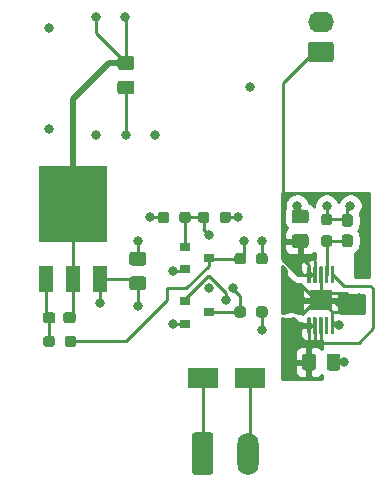
<source format=gbr>
%TF.GenerationSoftware,KiCad,Pcbnew,5.1.10-1.fc34*%
%TF.CreationDate,2021-09-08T08:00:36+01:00*%
%TF.ProjectId,cryosub_power_converter_top_v01,6372796f-7375-4625-9f70-6f7765725f63,rev?*%
%TF.SameCoordinates,Original*%
%TF.FileFunction,Copper,L1,Top*%
%TF.FilePolarity,Positive*%
%FSLAX46Y46*%
G04 Gerber Fmt 4.6, Leading zero omitted, Abs format (unit mm)*
G04 Created by KiCad (PCBNEW 5.1.10-1.fc34) date 2021-09-08 08:00:36*
%MOMM*%
%LPD*%
G01*
G04 APERTURE LIST*
%TA.AperFunction,SMDPad,CuDef*%
%ADD10R,2.500000X1.800000*%
%TD*%
%TA.AperFunction,ComponentPad*%
%ADD11O,2.190000X1.740000*%
%TD*%
%TA.AperFunction,ComponentPad*%
%ADD12O,1.800000X3.600000*%
%TD*%
%TA.AperFunction,SMDPad,CuDef*%
%ADD13R,0.900000X0.800000*%
%TD*%
%TA.AperFunction,SMDPad,CuDef*%
%ADD14R,1.200000X2.200000*%
%TD*%
%TA.AperFunction,SMDPad,CuDef*%
%ADD15R,5.800000X6.400000*%
%TD*%
%TA.AperFunction,SMDPad,CuDef*%
%ADD16R,1.880000X1.680000*%
%TD*%
%TA.AperFunction,ViaPad*%
%ADD17C,0.800000*%
%TD*%
%TA.AperFunction,Conductor*%
%ADD18C,0.250000*%
%TD*%
%TA.AperFunction,Conductor*%
%ADD19C,0.500000*%
%TD*%
%TA.AperFunction,Conductor*%
%ADD20C,0.254000*%
%TD*%
%TA.AperFunction,Conductor*%
%ADD21C,0.100000*%
%TD*%
G04 APERTURE END LIST*
D10*
%TO.P,D3,2*%
%TO.N,GND*%
X120000000Y-133600000D03*
%TO.P,D3,1*%
%TO.N,VDC*%
X116000000Y-133600000D03*
%TD*%
%TO.P,C6,2*%
%TO.N,GND*%
%TA.AperFunction,SMDPad,CuDef*%
G36*
G01*
X126487500Y-132725000D02*
X126487500Y-131775000D01*
G75*
G02*
X126737500Y-131525000I250000J0D01*
G01*
X127412500Y-131525000D01*
G75*
G02*
X127662500Y-131775000I0J-250000D01*
G01*
X127662500Y-132725000D01*
G75*
G02*
X127412500Y-132975000I-250000J0D01*
G01*
X126737500Y-132975000D01*
G75*
G02*
X126487500Y-132725000I0J250000D01*
G01*
G37*
%TD.AperFunction*%
%TO.P,C6,1*%
%TO.N,VDC*%
%TA.AperFunction,SMDPad,CuDef*%
G36*
G01*
X124412500Y-132725000D02*
X124412500Y-131775000D01*
G75*
G02*
X124662500Y-131525000I250000J0D01*
G01*
X125337500Y-131525000D01*
G75*
G02*
X125587500Y-131775000I0J-250000D01*
G01*
X125587500Y-132725000D01*
G75*
G02*
X125337500Y-132975000I-250000J0D01*
G01*
X124662500Y-132975000D01*
G75*
G02*
X124412500Y-132725000I0J250000D01*
G01*
G37*
%TD.AperFunction*%
%TD*%
%TO.P,R10,2*%
%TO.N,GND*%
%TA.AperFunction,SMDPad,CuDef*%
G36*
G01*
X126737500Y-120662500D02*
X126262500Y-120662500D01*
G75*
G02*
X126025000Y-120425000I0J237500D01*
G01*
X126025000Y-119925000D01*
G75*
G02*
X126262500Y-119687500I237500J0D01*
G01*
X126737500Y-119687500D01*
G75*
G02*
X126975000Y-119925000I0J-237500D01*
G01*
X126975000Y-120425000D01*
G75*
G02*
X126737500Y-120662500I-237500J0D01*
G01*
G37*
%TD.AperFunction*%
%TO.P,R10,1*%
%TO.N,Net-(C4-Pad1)*%
%TA.AperFunction,SMDPad,CuDef*%
G36*
G01*
X126737500Y-122487500D02*
X126262500Y-122487500D01*
G75*
G02*
X126025000Y-122250000I0J237500D01*
G01*
X126025000Y-121750000D01*
G75*
G02*
X126262500Y-121512500I237500J0D01*
G01*
X126737500Y-121512500D01*
G75*
G02*
X126975000Y-121750000I0J-237500D01*
G01*
X126975000Y-122250000D01*
G75*
G02*
X126737500Y-122487500I-237500J0D01*
G01*
G37*
%TD.AperFunction*%
%TD*%
%TO.P,C5,2*%
%TO.N,GND*%
%TA.AperFunction,SMDPad,CuDef*%
G36*
G01*
X124725000Y-120512500D02*
X123775000Y-120512500D01*
G75*
G02*
X123525000Y-120262500I0J250000D01*
G01*
X123525000Y-119587500D01*
G75*
G02*
X123775000Y-119337500I250000J0D01*
G01*
X124725000Y-119337500D01*
G75*
G02*
X124975000Y-119587500I0J-250000D01*
G01*
X124975000Y-120262500D01*
G75*
G02*
X124725000Y-120512500I-250000J0D01*
G01*
G37*
%TD.AperFunction*%
%TO.P,C5,1*%
%TO.N,/p5v_out*%
%TA.AperFunction,SMDPad,CuDef*%
G36*
G01*
X124725000Y-122587500D02*
X123775000Y-122587500D01*
G75*
G02*
X123525000Y-122337500I0J250000D01*
G01*
X123525000Y-121662500D01*
G75*
G02*
X123775000Y-121412500I250000J0D01*
G01*
X124725000Y-121412500D01*
G75*
G02*
X124975000Y-121662500I0J-250000D01*
G01*
X124975000Y-122337500D01*
G75*
G02*
X124725000Y-122587500I-250000J0D01*
G01*
G37*
%TD.AperFunction*%
%TD*%
%TO.P,C4,2*%
%TO.N,GND*%
%TA.AperFunction,SMDPad,CuDef*%
G36*
G01*
X128487500Y-120787500D02*
X128012500Y-120787500D01*
G75*
G02*
X127775000Y-120550000I0J237500D01*
G01*
X127775000Y-119950000D01*
G75*
G02*
X128012500Y-119712500I237500J0D01*
G01*
X128487500Y-119712500D01*
G75*
G02*
X128725000Y-119950000I0J-237500D01*
G01*
X128725000Y-120550000D01*
G75*
G02*
X128487500Y-120787500I-237500J0D01*
G01*
G37*
%TD.AperFunction*%
%TO.P,C4,1*%
%TO.N,Net-(C4-Pad1)*%
%TA.AperFunction,SMDPad,CuDef*%
G36*
G01*
X128487500Y-122512500D02*
X128012500Y-122512500D01*
G75*
G02*
X127775000Y-122275000I0J237500D01*
G01*
X127775000Y-121675000D01*
G75*
G02*
X128012500Y-121437500I237500J0D01*
G01*
X128487500Y-121437500D01*
G75*
G02*
X128725000Y-121675000I0J-237500D01*
G01*
X128725000Y-122275000D01*
G75*
G02*
X128487500Y-122512500I-237500J0D01*
G01*
G37*
%TD.AperFunction*%
%TD*%
D11*
%TO.P,J3,2*%
%TO.N,GND*%
X126000000Y-103460000D03*
%TO.P,J3,1*%
%TO.N,/p5v_out*%
%TA.AperFunction,ComponentPad*%
G36*
G01*
X126845001Y-106870000D02*
X125154999Y-106870000D01*
G75*
G02*
X124905000Y-106620001I0J249999D01*
G01*
X124905000Y-105379999D01*
G75*
G02*
X125154999Y-105130000I249999J0D01*
G01*
X126845001Y-105130000D01*
G75*
G02*
X127095000Y-105379999I0J-249999D01*
G01*
X127095000Y-106620001D01*
G75*
G02*
X126845001Y-106870000I-249999J0D01*
G01*
G37*
%TD.AperFunction*%
%TD*%
%TO.P,C1,2*%
%TO.N,GND*%
%TA.AperFunction,SMDPad,CuDef*%
G36*
G01*
X110975000Y-124087500D02*
X110025000Y-124087500D01*
G75*
G02*
X109775000Y-123837500I0J250000D01*
G01*
X109775000Y-123162500D01*
G75*
G02*
X110025000Y-122912500I250000J0D01*
G01*
X110975000Y-122912500D01*
G75*
G02*
X111225000Y-123162500I0J-250000D01*
G01*
X111225000Y-123837500D01*
G75*
G02*
X110975000Y-124087500I-250000J0D01*
G01*
G37*
%TD.AperFunction*%
%TO.P,C1,1*%
%TO.N,VDC*%
%TA.AperFunction,SMDPad,CuDef*%
G36*
G01*
X110975000Y-126162500D02*
X110025000Y-126162500D01*
G75*
G02*
X109775000Y-125912500I0J250000D01*
G01*
X109775000Y-125237500D01*
G75*
G02*
X110025000Y-124987500I250000J0D01*
G01*
X110975000Y-124987500D01*
G75*
G02*
X111225000Y-125237500I0J-250000D01*
G01*
X111225000Y-125912500D01*
G75*
G02*
X110975000Y-126162500I-250000J0D01*
G01*
G37*
%TD.AperFunction*%
%TD*%
%TO.P,C2,1*%
%TO.N,/vload*%
%TA.AperFunction,SMDPad,CuDef*%
G36*
G01*
X105262500Y-128262500D02*
X105262500Y-128737500D01*
G75*
G02*
X105025000Y-128975000I-237500J0D01*
G01*
X104425000Y-128975000D01*
G75*
G02*
X104187500Y-128737500I0J237500D01*
G01*
X104187500Y-128262500D01*
G75*
G02*
X104425000Y-128025000I237500J0D01*
G01*
X105025000Y-128025000D01*
G75*
G02*
X105262500Y-128262500I0J-237500D01*
G01*
G37*
%TD.AperFunction*%
%TO.P,C2,2*%
%TO.N,Net-(C2-Pad2)*%
%TA.AperFunction,SMDPad,CuDef*%
G36*
G01*
X103537500Y-128262500D02*
X103537500Y-128737500D01*
G75*
G02*
X103300000Y-128975000I-237500J0D01*
G01*
X102700000Y-128975000D01*
G75*
G02*
X102462500Y-128737500I0J237500D01*
G01*
X102462500Y-128262500D01*
G75*
G02*
X102700000Y-128025000I237500J0D01*
G01*
X103300000Y-128025000D01*
G75*
G02*
X103537500Y-128262500I0J-237500D01*
G01*
G37*
%TD.AperFunction*%
%TD*%
%TO.P,C3,1*%
%TO.N,/vload*%
%TA.AperFunction,SMDPad,CuDef*%
G36*
G01*
X109025000Y-106337500D02*
X109975000Y-106337500D01*
G75*
G02*
X110225000Y-106587500I0J-250000D01*
G01*
X110225000Y-107262500D01*
G75*
G02*
X109975000Y-107512500I-250000J0D01*
G01*
X109025000Y-107512500D01*
G75*
G02*
X108775000Y-107262500I0J250000D01*
G01*
X108775000Y-106587500D01*
G75*
G02*
X109025000Y-106337500I250000J0D01*
G01*
G37*
%TD.AperFunction*%
%TO.P,C3,2*%
%TO.N,GND*%
%TA.AperFunction,SMDPad,CuDef*%
G36*
G01*
X109025000Y-108412500D02*
X109975000Y-108412500D01*
G75*
G02*
X110225000Y-108662500I0J-250000D01*
G01*
X110225000Y-109337500D01*
G75*
G02*
X109975000Y-109587500I-250000J0D01*
G01*
X109025000Y-109587500D01*
G75*
G02*
X108775000Y-109337500I0J250000D01*
G01*
X108775000Y-108662500D01*
G75*
G02*
X109025000Y-108412500I250000J0D01*
G01*
G37*
%TD.AperFunction*%
%TD*%
%TO.P,J1,1*%
%TO.N,VDC*%
%TA.AperFunction,ComponentPad*%
G36*
G01*
X115100000Y-141550000D02*
X115100000Y-138450000D01*
G75*
G02*
X115350000Y-138200000I250000J0D01*
G01*
X116650000Y-138200000D01*
G75*
G02*
X116900000Y-138450000I0J-250000D01*
G01*
X116900000Y-141550000D01*
G75*
G02*
X116650000Y-141800000I-250000J0D01*
G01*
X115350000Y-141800000D01*
G75*
G02*
X115100000Y-141550000I0J250000D01*
G01*
G37*
%TD.AperFunction*%
D12*
%TO.P,J1,2*%
%TO.N,GND*%
X119810000Y-140000000D03*
%TD*%
D13*
%TO.P,Q1,3*%
%TO.N,/On When Warm/VD1*%
X116500000Y-123450000D03*
%TO.P,Q1,2*%
%TO.N,/On When Warm/vs*%
X114500000Y-124400000D03*
%TO.P,Q1,1*%
%TO.N,/On When Warm/vg1*%
X114500000Y-122500000D03*
%TD*%
%TO.P,Q2,1*%
%TO.N,/thermistor*%
X114500000Y-127100000D03*
%TO.P,Q2,2*%
%TO.N,/On When Warm/vs*%
X114500000Y-129000000D03*
%TO.P,Q2,3*%
%TO.N,/On When Warm/vd2*%
X116500000Y-128050000D03*
%TD*%
D14*
%TO.P,Q3,1*%
%TO.N,Net-(C2-Pad2)*%
X102720000Y-125200000D03*
%TO.P,Q3,2*%
%TO.N,/vload*%
X105000000Y-125200000D03*
%TO.P,Q3,3*%
%TO.N,VDC*%
X107280000Y-125200000D03*
D15*
%TO.P,Q3,2*%
%TO.N,/vload*%
X105000000Y-118900000D03*
%TD*%
%TO.P,R1,1*%
%TO.N,VDC*%
%TA.AperFunction,SMDPad,CuDef*%
G36*
G01*
X112187500Y-120237500D02*
X112187500Y-119762500D01*
G75*
G02*
X112425000Y-119525000I237500J0D01*
G01*
X112925000Y-119525000D01*
G75*
G02*
X113162500Y-119762500I0J-237500D01*
G01*
X113162500Y-120237500D01*
G75*
G02*
X112925000Y-120475000I-237500J0D01*
G01*
X112425000Y-120475000D01*
G75*
G02*
X112187500Y-120237500I0J237500D01*
G01*
G37*
%TD.AperFunction*%
%TO.P,R1,2*%
%TO.N,/On When Warm/vg1*%
%TA.AperFunction,SMDPad,CuDef*%
G36*
G01*
X114012500Y-120237500D02*
X114012500Y-119762500D01*
G75*
G02*
X114250000Y-119525000I237500J0D01*
G01*
X114750000Y-119525000D01*
G75*
G02*
X114987500Y-119762500I0J-237500D01*
G01*
X114987500Y-120237500D01*
G75*
G02*
X114750000Y-120475000I-237500J0D01*
G01*
X114250000Y-120475000D01*
G75*
G02*
X114012500Y-120237500I0J237500D01*
G01*
G37*
%TD.AperFunction*%
%TD*%
%TO.P,R2,2*%
%TO.N,GND*%
%TA.AperFunction,SMDPad,CuDef*%
G36*
G01*
X117425000Y-120237500D02*
X117425000Y-119762500D01*
G75*
G02*
X117662500Y-119525000I237500J0D01*
G01*
X118162500Y-119525000D01*
G75*
G02*
X118400000Y-119762500I0J-237500D01*
G01*
X118400000Y-120237500D01*
G75*
G02*
X118162500Y-120475000I-237500J0D01*
G01*
X117662500Y-120475000D01*
G75*
G02*
X117425000Y-120237500I0J237500D01*
G01*
G37*
%TD.AperFunction*%
%TO.P,R2,1*%
%TO.N,/On When Warm/vg1*%
%TA.AperFunction,SMDPad,CuDef*%
G36*
G01*
X115600000Y-120237500D02*
X115600000Y-119762500D01*
G75*
G02*
X115837500Y-119525000I237500J0D01*
G01*
X116337500Y-119525000D01*
G75*
G02*
X116575000Y-119762500I0J-237500D01*
G01*
X116575000Y-120237500D01*
G75*
G02*
X116337500Y-120475000I-237500J0D01*
G01*
X115837500Y-120475000D01*
G75*
G02*
X115600000Y-120237500I0J237500D01*
G01*
G37*
%TD.AperFunction*%
%TD*%
%TO.P,R3,1*%
%TO.N,VDC*%
%TA.AperFunction,SMDPad,CuDef*%
G36*
G01*
X121487500Y-123262500D02*
X121487500Y-123737500D01*
G75*
G02*
X121250000Y-123975000I-237500J0D01*
G01*
X120750000Y-123975000D01*
G75*
G02*
X120512500Y-123737500I0J237500D01*
G01*
X120512500Y-123262500D01*
G75*
G02*
X120750000Y-123025000I237500J0D01*
G01*
X121250000Y-123025000D01*
G75*
G02*
X121487500Y-123262500I0J-237500D01*
G01*
G37*
%TD.AperFunction*%
%TO.P,R3,2*%
%TO.N,/On When Warm/VD1*%
%TA.AperFunction,SMDPad,CuDef*%
G36*
G01*
X119662500Y-123262500D02*
X119662500Y-123737500D01*
G75*
G02*
X119425000Y-123975000I-237500J0D01*
G01*
X118925000Y-123975000D01*
G75*
G02*
X118687500Y-123737500I0J237500D01*
G01*
X118687500Y-123262500D01*
G75*
G02*
X118925000Y-123025000I237500J0D01*
G01*
X119425000Y-123025000D01*
G75*
G02*
X119662500Y-123262500I0J-237500D01*
G01*
G37*
%TD.AperFunction*%
%TD*%
%TO.P,R7,1*%
%TO.N,VDC*%
%TA.AperFunction,SMDPad,CuDef*%
G36*
G01*
X121487500Y-127762500D02*
X121487500Y-128237500D01*
G75*
G02*
X121250000Y-128475000I-237500J0D01*
G01*
X120750000Y-128475000D01*
G75*
G02*
X120512500Y-128237500I0J237500D01*
G01*
X120512500Y-127762500D01*
G75*
G02*
X120750000Y-127525000I237500J0D01*
G01*
X121250000Y-127525000D01*
G75*
G02*
X121487500Y-127762500I0J-237500D01*
G01*
G37*
%TD.AperFunction*%
%TO.P,R7,2*%
%TO.N,/On When Warm/vd2*%
%TA.AperFunction,SMDPad,CuDef*%
G36*
G01*
X119662500Y-127762500D02*
X119662500Y-128237500D01*
G75*
G02*
X119425000Y-128475000I-237500J0D01*
G01*
X118925000Y-128475000D01*
G75*
G02*
X118687500Y-128237500I0J237500D01*
G01*
X118687500Y-127762500D01*
G75*
G02*
X118925000Y-127525000I237500J0D01*
G01*
X119425000Y-127525000D01*
G75*
G02*
X119662500Y-127762500I0J-237500D01*
G01*
G37*
%TD.AperFunction*%
%TD*%
%TO.P,R9,1*%
%TO.N,Net-(C2-Pad2)*%
%TA.AperFunction,SMDPad,CuDef*%
G36*
G01*
X102512500Y-130737500D02*
X102512500Y-130262500D01*
G75*
G02*
X102750000Y-130025000I237500J0D01*
G01*
X103250000Y-130025000D01*
G75*
G02*
X103487500Y-130262500I0J-237500D01*
G01*
X103487500Y-130737500D01*
G75*
G02*
X103250000Y-130975000I-237500J0D01*
G01*
X102750000Y-130975000D01*
G75*
G02*
X102512500Y-130737500I0J237500D01*
G01*
G37*
%TD.AperFunction*%
%TO.P,R9,2*%
%TO.N,/On When Warm/VD1*%
%TA.AperFunction,SMDPad,CuDef*%
G36*
G01*
X104337500Y-130737500D02*
X104337500Y-130262500D01*
G75*
G02*
X104575000Y-130025000I237500J0D01*
G01*
X105075000Y-130025000D01*
G75*
G02*
X105312500Y-130262500I0J-237500D01*
G01*
X105312500Y-130737500D01*
G75*
G02*
X105075000Y-130975000I-237500J0D01*
G01*
X104575000Y-130975000D01*
G75*
G02*
X104337500Y-130737500I0J237500D01*
G01*
G37*
%TD.AperFunction*%
%TD*%
%TO.P,U1,1*%
%TO.N,VDC*%
%TA.AperFunction,SMDPad,CuDef*%
G36*
G01*
X125075000Y-129875000D02*
X124925000Y-129875000D01*
G75*
G02*
X124850000Y-129800000I0J75000D01*
G01*
X124850000Y-128500000D01*
G75*
G02*
X124925000Y-128425000I75000J0D01*
G01*
X125075000Y-128425000D01*
G75*
G02*
X125150000Y-128500000I0J-75000D01*
G01*
X125150000Y-129800000D01*
G75*
G02*
X125075000Y-129875000I-75000J0D01*
G01*
G37*
%TD.AperFunction*%
%TO.P,U1,2*%
%TA.AperFunction,SMDPad,CuDef*%
G36*
G01*
X125575000Y-129875000D02*
X125425000Y-129875000D01*
G75*
G02*
X125350000Y-129800000I0J75000D01*
G01*
X125350000Y-128500000D01*
G75*
G02*
X125425000Y-128425000I75000J0D01*
G01*
X125575000Y-128425000D01*
G75*
G02*
X125650000Y-128500000I0J-75000D01*
G01*
X125650000Y-129800000D01*
G75*
G02*
X125575000Y-129875000I-75000J0D01*
G01*
G37*
%TD.AperFunction*%
%TO.P,U1,3*%
%TA.AperFunction,SMDPad,CuDef*%
G36*
G01*
X126075000Y-129875000D02*
X125925000Y-129875000D01*
G75*
G02*
X125850000Y-129800000I0J75000D01*
G01*
X125850000Y-128500000D01*
G75*
G02*
X125925000Y-128425000I75000J0D01*
G01*
X126075000Y-128425000D01*
G75*
G02*
X126150000Y-128500000I0J-75000D01*
G01*
X126150000Y-129800000D01*
G75*
G02*
X126075000Y-129875000I-75000J0D01*
G01*
G37*
%TD.AperFunction*%
%TO.P,U1,4*%
%TO.N,Net-(U1-Pad4)*%
%TA.AperFunction,SMDPad,CuDef*%
G36*
G01*
X126575000Y-129875000D02*
X126425000Y-129875000D01*
G75*
G02*
X126350000Y-129800000I0J75000D01*
G01*
X126350000Y-128500000D01*
G75*
G02*
X126425000Y-128425000I75000J0D01*
G01*
X126575000Y-128425000D01*
G75*
G02*
X126650000Y-128500000I0J-75000D01*
G01*
X126650000Y-129800000D01*
G75*
G02*
X126575000Y-129875000I-75000J0D01*
G01*
G37*
%TD.AperFunction*%
%TO.P,U1,5*%
%TO.N,GND*%
%TA.AperFunction,SMDPad,CuDef*%
G36*
G01*
X127075000Y-129875000D02*
X126925000Y-129875000D01*
G75*
G02*
X126850000Y-129800000I0J75000D01*
G01*
X126850000Y-128500000D01*
G75*
G02*
X126925000Y-128425000I75000J0D01*
G01*
X127075000Y-128425000D01*
G75*
G02*
X127150000Y-128500000I0J-75000D01*
G01*
X127150000Y-129800000D01*
G75*
G02*
X127075000Y-129875000I-75000J0D01*
G01*
G37*
%TD.AperFunction*%
%TO.P,U1,6*%
%TO.N,VDC*%
%TA.AperFunction,SMDPad,CuDef*%
G36*
G01*
X127075000Y-125575000D02*
X126925000Y-125575000D01*
G75*
G02*
X126850000Y-125500000I0J75000D01*
G01*
X126850000Y-124200000D01*
G75*
G02*
X126925000Y-124125000I75000J0D01*
G01*
X127075000Y-124125000D01*
G75*
G02*
X127150000Y-124200000I0J-75000D01*
G01*
X127150000Y-125500000D01*
G75*
G02*
X127075000Y-125575000I-75000J0D01*
G01*
G37*
%TD.AperFunction*%
%TO.P,U1,7*%
%TO.N,Net-(C4-Pad1)*%
%TA.AperFunction,SMDPad,CuDef*%
G36*
G01*
X126575000Y-125575000D02*
X126425000Y-125575000D01*
G75*
G02*
X126350000Y-125500000I0J75000D01*
G01*
X126350000Y-124200000D01*
G75*
G02*
X126425000Y-124125000I75000J0D01*
G01*
X126575000Y-124125000D01*
G75*
G02*
X126650000Y-124200000I0J-75000D01*
G01*
X126650000Y-125500000D01*
G75*
G02*
X126575000Y-125575000I-75000J0D01*
G01*
G37*
%TD.AperFunction*%
%TO.P,U1,8*%
%TO.N,GND*%
%TA.AperFunction,SMDPad,CuDef*%
G36*
G01*
X126075000Y-125575000D02*
X125925000Y-125575000D01*
G75*
G02*
X125850000Y-125500000I0J75000D01*
G01*
X125850000Y-124200000D01*
G75*
G02*
X125925000Y-124125000I75000J0D01*
G01*
X126075000Y-124125000D01*
G75*
G02*
X126150000Y-124200000I0J-75000D01*
G01*
X126150000Y-125500000D01*
G75*
G02*
X126075000Y-125575000I-75000J0D01*
G01*
G37*
%TD.AperFunction*%
%TO.P,U1,9*%
%TO.N,/p5v_out*%
%TA.AperFunction,SMDPad,CuDef*%
G36*
G01*
X125575000Y-125575000D02*
X125425000Y-125575000D01*
G75*
G02*
X125350000Y-125500000I0J75000D01*
G01*
X125350000Y-124200000D01*
G75*
G02*
X125425000Y-124125000I75000J0D01*
G01*
X125575000Y-124125000D01*
G75*
G02*
X125650000Y-124200000I0J-75000D01*
G01*
X125650000Y-125500000D01*
G75*
G02*
X125575000Y-125575000I-75000J0D01*
G01*
G37*
%TD.AperFunction*%
%TO.P,U1,10*%
%TA.AperFunction,SMDPad,CuDef*%
G36*
G01*
X125075000Y-125575000D02*
X124925000Y-125575000D01*
G75*
G02*
X124850000Y-125500000I0J75000D01*
G01*
X124850000Y-124200000D01*
G75*
G02*
X124925000Y-124125000I75000J0D01*
G01*
X125075000Y-124125000D01*
G75*
G02*
X125150000Y-124200000I0J-75000D01*
G01*
X125150000Y-125500000D01*
G75*
G02*
X125075000Y-125575000I-75000J0D01*
G01*
G37*
%TD.AperFunction*%
D16*
%TO.P,U1,11*%
%TO.N,GND*%
X126000000Y-127000000D03*
%TD*%
D17*
%TO.N,VDC*%
X123200000Y-129400000D03*
X123200000Y-131000000D03*
X123200000Y-132800000D03*
%TO.N,GND*%
X123200000Y-125600000D03*
X124000000Y-126800000D03*
X123200000Y-127600000D03*
X128202593Y-127124996D03*
X129200000Y-126800000D03*
X129200000Y-127800000D03*
%TO.N,/vload*%
X109460000Y-103040000D03*
X107000000Y-103000000D03*
X103000000Y-104000000D03*
%TO.N,GND*%
X107000000Y-113000000D03*
X109500000Y-113000000D03*
X112000000Y-113000000D03*
X103000000Y-112500000D03*
X110500000Y-122000000D03*
X119000000Y-120000000D03*
X116500000Y-126000000D03*
X126500000Y-119000000D03*
X128500000Y-119000000D03*
X124000000Y-119000000D03*
X127550000Y-129150000D03*
X127950000Y-132250000D03*
%TO.N,/On When Warm/VD1*%
X119500000Y-122000000D03*
%TO.N,/On When Warm/vs*%
X113500000Y-124500000D03*
X113500000Y-129000000D03*
%TO.N,/On When Warm/vg1*%
X116500000Y-121500000D03*
%TO.N,/thermistor*%
X118000000Y-127000000D03*
%TO.N,/On When Warm/vd2*%
X118551318Y-125956175D03*
%TO.N,VDC*%
X120000000Y-109000000D03*
X107280000Y-127280000D03*
X110500000Y-127500000D03*
X121000000Y-122000000D03*
X121000000Y-129500000D03*
X111500000Y-120000000D03*
%TD*%
D18*
%TO.N,/vload*%
X107000000Y-104425000D02*
X109500000Y-106925000D01*
X107000000Y-103000000D02*
X107000000Y-104425000D01*
X109500000Y-103080000D02*
X109460000Y-103040000D01*
X109500000Y-106925000D02*
X109500000Y-103080000D01*
X105000000Y-125200000D02*
X105000000Y-118900000D01*
D19*
X109500000Y-106925000D02*
X108075000Y-106925000D01*
X105000000Y-110000000D02*
X105000000Y-118900000D01*
X108075000Y-106925000D02*
X105000000Y-110000000D01*
D18*
X105000000Y-128225000D02*
X104725000Y-128500000D01*
X105000000Y-125200000D02*
X105000000Y-128225000D01*
%TO.N,Net-(C2-Pad2)*%
X102720000Y-128220000D02*
X103000000Y-128500000D01*
X102720000Y-125200000D02*
X102720000Y-128220000D01*
X103000000Y-128500000D02*
X103000000Y-130500000D01*
%TO.N,GND*%
X110500000Y-123500000D02*
X110500000Y-122000000D01*
X109500000Y-109000000D02*
X109500000Y-113000000D01*
X117912500Y-120000000D02*
X119000000Y-120000000D01*
X126500000Y-120175000D02*
X126500000Y-119000000D01*
X128250000Y-120250000D02*
X128250000Y-119250000D01*
X128250000Y-119250000D02*
X128500000Y-119000000D01*
X128175000Y-120175000D02*
X128250000Y-120250000D01*
X126500000Y-120175000D02*
X128175000Y-120175000D01*
X124250000Y-119250000D02*
X124000000Y-119000000D01*
X124250000Y-119925000D02*
X124250000Y-119250000D01*
X126000000Y-124850000D02*
X126000000Y-127000000D01*
X126975010Y-128775010D02*
X126975010Y-127975010D01*
X127000000Y-128800000D02*
X126975010Y-128775010D01*
X127000000Y-129150000D02*
X127000000Y-128800000D01*
X126000000Y-127000000D02*
X125600000Y-126600000D01*
X126000000Y-127000000D02*
X126400000Y-126600000D01*
X126000000Y-127000000D02*
X126400000Y-127400000D01*
X126975010Y-127975010D02*
X126400000Y-127400000D01*
X126000000Y-127000000D02*
X125600000Y-127400000D01*
X127000000Y-129150000D02*
X127550000Y-129150000D01*
X127075000Y-132250000D02*
X127950000Y-132250000D01*
X125600000Y-127000000D02*
X124200000Y-125600000D01*
X125600000Y-127000000D02*
X124400000Y-128200000D01*
X125600000Y-127000000D02*
X126000000Y-127000000D01*
X126975010Y-127975010D02*
X127975010Y-127975010D01*
X127975010Y-127975010D02*
X127000000Y-127000000D01*
X126000000Y-127000000D02*
X126200000Y-127000000D01*
X126200000Y-127000000D02*
X126800000Y-126400000D01*
X126800000Y-126400000D02*
X127800000Y-126400000D01*
X127800000Y-126400000D02*
X128200000Y-126400000D01*
X120000000Y-139810000D02*
X119810000Y-140000000D01*
X120000000Y-133600000D02*
X120000000Y-139810000D01*
%TO.N,/On When Warm/VD1*%
X116550000Y-123500000D02*
X116500000Y-123450000D01*
X119175000Y-123500000D02*
X116550000Y-123500000D01*
X119500000Y-123175000D02*
X119175000Y-123500000D01*
X119500000Y-122000000D02*
X119500000Y-123175000D01*
X116500000Y-124100000D02*
X114600000Y-126000000D01*
X116500000Y-123450000D02*
X116500000Y-124100000D01*
X114600000Y-126000000D02*
X113000000Y-126000000D01*
X113000000Y-126000000D02*
X113000000Y-127000000D01*
X109500000Y-130500000D02*
X104825000Y-130500000D01*
X113000000Y-127000000D02*
X109500000Y-130500000D01*
%TO.N,/On When Warm/vs*%
X114400000Y-124500000D02*
X114500000Y-124400000D01*
X113500000Y-124500000D02*
X114400000Y-124500000D01*
X113500000Y-129000000D02*
X114500000Y-129000000D01*
%TO.N,/On When Warm/vg1*%
X114500000Y-120000000D02*
X116087500Y-120000000D01*
X114500000Y-120000000D02*
X114500000Y-122500000D01*
X116500000Y-121500000D02*
X116000000Y-121000000D01*
X116087500Y-120912500D02*
X116087500Y-120000000D01*
X116000000Y-121000000D02*
X116087500Y-120912500D01*
%TO.N,/thermistor*%
X114500000Y-126926998D02*
X116426998Y-125000000D01*
X114500000Y-127100000D02*
X114500000Y-126926998D01*
X116573002Y-125000000D02*
X118000000Y-126426998D01*
X116426998Y-125000000D02*
X116573002Y-125000000D01*
X118000000Y-126426998D02*
X118000000Y-127000000D01*
%TO.N,/On When Warm/vd2*%
X116550000Y-128000000D02*
X116500000Y-128050000D01*
X119175000Y-128000000D02*
X116550000Y-128000000D01*
X119175000Y-128000000D02*
X119175000Y-126675000D01*
X118551318Y-126051318D02*
X118551318Y-125956175D01*
X119175000Y-126675000D02*
X118551318Y-126051318D01*
%TO.N,VDC*%
X107280000Y-125200000D02*
X107280000Y-127280000D01*
X110125000Y-125200000D02*
X110500000Y-125575000D01*
X107280000Y-125200000D02*
X110125000Y-125200000D01*
X110500000Y-125575000D02*
X110500000Y-127500000D01*
X121000000Y-123500000D02*
X121000000Y-122000000D01*
X121000000Y-128000000D02*
X121000000Y-129500000D01*
X112675000Y-120000000D02*
X111500000Y-120000000D01*
X126000000Y-129150000D02*
X126000000Y-130600000D01*
X126000000Y-130600000D02*
X125800000Y-130600000D01*
X125500000Y-129150000D02*
X125500000Y-130500000D01*
X125000000Y-129150000D02*
X125000000Y-130600000D01*
X125000000Y-130600000D02*
X125000000Y-130800000D01*
X127000000Y-124850000D02*
X127950000Y-125800000D01*
X127950000Y-125800000D02*
X130200000Y-125800000D01*
X130200000Y-125800000D02*
X130400000Y-126000000D01*
X130400000Y-126000000D02*
X130400000Y-129400000D01*
X129200000Y-130600000D02*
X126000000Y-130600000D01*
X130400000Y-129400000D02*
X129200000Y-130600000D01*
X121000000Y-128000000D02*
X121000000Y-128475000D01*
X123548001Y-128674999D02*
X123400000Y-128674999D01*
X116000000Y-133600000D02*
X116000000Y-140000000D01*
%TO.N,Net-(C4-Pad1)*%
X126500000Y-124850000D02*
X126500000Y-122000000D01*
X128225000Y-122000000D02*
X128250000Y-121975000D01*
X126500000Y-122000000D02*
X128225000Y-122000000D01*
%TO.N,/p5v_out*%
X125500000Y-124850000D02*
X125500000Y-123700000D01*
X125500000Y-123700000D02*
X125400000Y-123600000D01*
X125500000Y-124850000D02*
X124850000Y-124850000D01*
X124850000Y-124850000D02*
X125000000Y-124850000D01*
X125000000Y-124850000D02*
X125000000Y-124000000D01*
X125000000Y-124000000D02*
X124600000Y-123600000D01*
X124600000Y-123600000D02*
X124400000Y-123600000D01*
X125000000Y-124850000D02*
X124050000Y-124850000D01*
X124050000Y-124850000D02*
X123800000Y-124600000D01*
X126000000Y-106000000D02*
X125400000Y-106000000D01*
X125400000Y-106000000D02*
X122800000Y-108600000D01*
X122800000Y-108600000D02*
X122800000Y-118400000D01*
X122800000Y-118400000D02*
X123000000Y-118200000D01*
%TD*%
D20*
%TO.N,/p5v_out*%
X130073000Y-125040000D02*
X128927000Y-125040000D01*
X128927000Y-123028103D01*
X128973942Y-123003012D01*
X129106623Y-122894123D01*
X129215512Y-122761442D01*
X129296423Y-122610067D01*
X129346248Y-122445816D01*
X129363072Y-122275000D01*
X129363072Y-121675000D01*
X129346248Y-121504184D01*
X129296423Y-121339933D01*
X129215512Y-121188558D01*
X129153093Y-121112500D01*
X129215512Y-121036442D01*
X129296423Y-120885067D01*
X129346248Y-120720816D01*
X129363072Y-120550000D01*
X129363072Y-119950000D01*
X129346248Y-119779184D01*
X129308124Y-119653507D01*
X129417205Y-119490256D01*
X129495226Y-119301898D01*
X129535000Y-119101939D01*
X129535000Y-118898061D01*
X129495226Y-118698102D01*
X129417205Y-118509744D01*
X129303937Y-118340226D01*
X129159774Y-118196063D01*
X128990256Y-118082795D01*
X128801898Y-118004774D01*
X128601939Y-117965000D01*
X128398061Y-117965000D01*
X128198102Y-118004774D01*
X128009744Y-118082795D01*
X127840226Y-118196063D01*
X127696063Y-118340226D01*
X127582795Y-118509744D01*
X127504774Y-118698102D01*
X127500000Y-118722103D01*
X127495226Y-118698102D01*
X127417205Y-118509744D01*
X127303937Y-118340226D01*
X127159774Y-118196063D01*
X126990256Y-118082795D01*
X126801898Y-118004774D01*
X126601939Y-117965000D01*
X126398061Y-117965000D01*
X126198102Y-118004774D01*
X126009744Y-118082795D01*
X125840226Y-118196063D01*
X125696063Y-118340226D01*
X125582795Y-118509744D01*
X125504774Y-118698102D01*
X125465000Y-118898061D01*
X125465000Y-119097098D01*
X125463405Y-119094114D01*
X125352962Y-118959538D01*
X125218386Y-118849095D01*
X125064850Y-118767028D01*
X125005346Y-118748978D01*
X124995226Y-118698102D01*
X124917205Y-118509744D01*
X124803937Y-118340226D01*
X124659774Y-118196063D01*
X124490256Y-118082795D01*
X124301898Y-118004774D01*
X124101939Y-117965000D01*
X123898061Y-117965000D01*
X123698102Y-118004774D01*
X123509744Y-118082795D01*
X123340226Y-118196063D01*
X123196063Y-118340226D01*
X123082795Y-118509744D01*
X123004774Y-118698102D01*
X122965000Y-118898061D01*
X122965000Y-119101939D01*
X122983283Y-119193854D01*
X122954528Y-119247650D01*
X122903992Y-119414246D01*
X122886928Y-119587500D01*
X122886928Y-120262500D01*
X122903992Y-120435754D01*
X122954528Y-120602350D01*
X123036595Y-120755886D01*
X123147038Y-120890462D01*
X123153594Y-120895842D01*
X123073815Y-120961315D01*
X122994463Y-121058006D01*
X122935498Y-121168320D01*
X122899188Y-121288018D01*
X122886928Y-121412500D01*
X122890000Y-121714250D01*
X123048750Y-121873000D01*
X124123000Y-121873000D01*
X124123000Y-121853000D01*
X124377000Y-121853000D01*
X124377000Y-121873000D01*
X124397000Y-121873000D01*
X124397000Y-122127000D01*
X124377000Y-122127000D01*
X124377000Y-123063750D01*
X124535750Y-123222500D01*
X124975000Y-123225572D01*
X125099482Y-123213312D01*
X125219180Y-123177002D01*
X125329494Y-123118037D01*
X125426185Y-123038685D01*
X125473000Y-122981641D01*
X125473000Y-123490000D01*
X125372998Y-123490000D01*
X125372998Y-123529642D01*
X125350781Y-123522531D01*
X125318250Y-123490000D01*
X125250000Y-123497447D01*
X125181750Y-123490000D01*
X125149219Y-123522531D01*
X125096873Y-123539285D01*
X124987469Y-123599922D01*
X124955355Y-123627105D01*
X124818250Y-123490000D01*
X124716004Y-123501156D01*
X124596873Y-123539285D01*
X124487469Y-123599922D01*
X124391997Y-123680737D01*
X124314126Y-123778625D01*
X124256849Y-123889825D01*
X124222366Y-124010061D01*
X124212002Y-124134715D01*
X124215000Y-124564250D01*
X124373748Y-124722998D01*
X124215000Y-124722998D01*
X124215000Y-124837801D01*
X124200000Y-124836324D01*
X124051015Y-124850998D01*
X124035354Y-124855748D01*
X122727000Y-123547394D01*
X122727000Y-122587500D01*
X122886928Y-122587500D01*
X122899188Y-122711982D01*
X122935498Y-122831680D01*
X122994463Y-122941994D01*
X123073815Y-123038685D01*
X123170506Y-123118037D01*
X123280820Y-123177002D01*
X123400518Y-123213312D01*
X123525000Y-123225572D01*
X123964250Y-123222500D01*
X124123000Y-123063750D01*
X124123000Y-122127000D01*
X123048750Y-122127000D01*
X122890000Y-122285750D01*
X122886928Y-122587500D01*
X122727000Y-122587500D01*
X122727000Y-117927000D01*
X130073000Y-117927000D01*
X130073000Y-125040000D01*
%TA.AperFunction,Conductor*%
D21*
G36*
X130073000Y-125040000D02*
G01*
X128927000Y-125040000D01*
X128927000Y-123028103D01*
X128973942Y-123003012D01*
X129106623Y-122894123D01*
X129215512Y-122761442D01*
X129296423Y-122610067D01*
X129346248Y-122445816D01*
X129363072Y-122275000D01*
X129363072Y-121675000D01*
X129346248Y-121504184D01*
X129296423Y-121339933D01*
X129215512Y-121188558D01*
X129153093Y-121112500D01*
X129215512Y-121036442D01*
X129296423Y-120885067D01*
X129346248Y-120720816D01*
X129363072Y-120550000D01*
X129363072Y-119950000D01*
X129346248Y-119779184D01*
X129308124Y-119653507D01*
X129417205Y-119490256D01*
X129495226Y-119301898D01*
X129535000Y-119101939D01*
X129535000Y-118898061D01*
X129495226Y-118698102D01*
X129417205Y-118509744D01*
X129303937Y-118340226D01*
X129159774Y-118196063D01*
X128990256Y-118082795D01*
X128801898Y-118004774D01*
X128601939Y-117965000D01*
X128398061Y-117965000D01*
X128198102Y-118004774D01*
X128009744Y-118082795D01*
X127840226Y-118196063D01*
X127696063Y-118340226D01*
X127582795Y-118509744D01*
X127504774Y-118698102D01*
X127500000Y-118722103D01*
X127495226Y-118698102D01*
X127417205Y-118509744D01*
X127303937Y-118340226D01*
X127159774Y-118196063D01*
X126990256Y-118082795D01*
X126801898Y-118004774D01*
X126601939Y-117965000D01*
X126398061Y-117965000D01*
X126198102Y-118004774D01*
X126009744Y-118082795D01*
X125840226Y-118196063D01*
X125696063Y-118340226D01*
X125582795Y-118509744D01*
X125504774Y-118698102D01*
X125465000Y-118898061D01*
X125465000Y-119097098D01*
X125463405Y-119094114D01*
X125352962Y-118959538D01*
X125218386Y-118849095D01*
X125064850Y-118767028D01*
X125005346Y-118748978D01*
X124995226Y-118698102D01*
X124917205Y-118509744D01*
X124803937Y-118340226D01*
X124659774Y-118196063D01*
X124490256Y-118082795D01*
X124301898Y-118004774D01*
X124101939Y-117965000D01*
X123898061Y-117965000D01*
X123698102Y-118004774D01*
X123509744Y-118082795D01*
X123340226Y-118196063D01*
X123196063Y-118340226D01*
X123082795Y-118509744D01*
X123004774Y-118698102D01*
X122965000Y-118898061D01*
X122965000Y-119101939D01*
X122983283Y-119193854D01*
X122954528Y-119247650D01*
X122903992Y-119414246D01*
X122886928Y-119587500D01*
X122886928Y-120262500D01*
X122903992Y-120435754D01*
X122954528Y-120602350D01*
X123036595Y-120755886D01*
X123147038Y-120890462D01*
X123153594Y-120895842D01*
X123073815Y-120961315D01*
X122994463Y-121058006D01*
X122935498Y-121168320D01*
X122899188Y-121288018D01*
X122886928Y-121412500D01*
X122890000Y-121714250D01*
X123048750Y-121873000D01*
X124123000Y-121873000D01*
X124123000Y-121853000D01*
X124377000Y-121853000D01*
X124377000Y-121873000D01*
X124397000Y-121873000D01*
X124397000Y-122127000D01*
X124377000Y-122127000D01*
X124377000Y-123063750D01*
X124535750Y-123222500D01*
X124975000Y-123225572D01*
X125099482Y-123213312D01*
X125219180Y-123177002D01*
X125329494Y-123118037D01*
X125426185Y-123038685D01*
X125473000Y-122981641D01*
X125473000Y-123490000D01*
X125372998Y-123490000D01*
X125372998Y-123529642D01*
X125350781Y-123522531D01*
X125318250Y-123490000D01*
X125250000Y-123497447D01*
X125181750Y-123490000D01*
X125149219Y-123522531D01*
X125096873Y-123539285D01*
X124987469Y-123599922D01*
X124955355Y-123627105D01*
X124818250Y-123490000D01*
X124716004Y-123501156D01*
X124596873Y-123539285D01*
X124487469Y-123599922D01*
X124391997Y-123680737D01*
X124314126Y-123778625D01*
X124256849Y-123889825D01*
X124222366Y-124010061D01*
X124212002Y-124134715D01*
X124215000Y-124564250D01*
X124373748Y-124722998D01*
X124215000Y-124722998D01*
X124215000Y-124837801D01*
X124200000Y-124836324D01*
X124051015Y-124850998D01*
X124035354Y-124855748D01*
X122727000Y-123547394D01*
X122727000Y-122587500D01*
X122886928Y-122587500D01*
X122899188Y-122711982D01*
X122935498Y-122831680D01*
X122994463Y-122941994D01*
X123073815Y-123038685D01*
X123170506Y-123118037D01*
X123280820Y-123177002D01*
X123400518Y-123213312D01*
X123525000Y-123225572D01*
X123964250Y-123222500D01*
X124123000Y-123063750D01*
X124123000Y-122127000D01*
X123048750Y-122127000D01*
X122890000Y-122285750D01*
X122886928Y-122587500D01*
X122727000Y-122587500D01*
X122727000Y-117927000D01*
X130073000Y-117927000D01*
X130073000Y-125040000D01*
G37*
%TD.AperFunction*%
D20*
X125147000Y-124977000D02*
X124853000Y-124977000D01*
X124853000Y-124723000D01*
X125147000Y-124723000D01*
X125147000Y-124977000D01*
%TA.AperFunction,Conductor*%
D21*
G36*
X125147000Y-124977000D02*
G01*
X124853000Y-124977000D01*
X124853000Y-124723000D01*
X125147000Y-124723000D01*
X125147000Y-124977000D01*
G37*
%TD.AperFunction*%
%TD*%
D20*
%TO.N,GND*%
X123055748Y-124435354D02*
X123050998Y-124451015D01*
X123036324Y-124600000D01*
X123050998Y-124748985D01*
X123094454Y-124892246D01*
X123165026Y-125024276D01*
X123236201Y-125111002D01*
X123486200Y-125361002D01*
X123509999Y-125390001D01*
X123625724Y-125484974D01*
X123757753Y-125555546D01*
X123901014Y-125599003D01*
X124012667Y-125610000D01*
X124012676Y-125610000D01*
X124049999Y-125613676D01*
X124087322Y-125610000D01*
X124222762Y-125610000D01*
X124225629Y-125639113D01*
X124266207Y-125772881D01*
X124332102Y-125896162D01*
X124420782Y-126004218D01*
X124439118Y-126019266D01*
X124434188Y-126035518D01*
X124421928Y-126160000D01*
X124425000Y-126714250D01*
X124583750Y-126873000D01*
X125873000Y-126873000D01*
X125873000Y-126853000D01*
X126127000Y-126853000D01*
X126127000Y-126873000D01*
X127416250Y-126873000D01*
X127575000Y-126714250D01*
X127576398Y-126462060D01*
X127657753Y-126505546D01*
X127801014Y-126549003D01*
X127912667Y-126560000D01*
X127912677Y-126560000D01*
X127950000Y-126563676D01*
X127987323Y-126560000D01*
X129640000Y-126560000D01*
X129640001Y-128073000D01*
X127681399Y-128073000D01*
X127608003Y-127980737D01*
X127567581Y-127946521D01*
X127578072Y-127840000D01*
X127575000Y-127285750D01*
X127416250Y-127127000D01*
X126127000Y-127127000D01*
X126127000Y-127147000D01*
X125873000Y-127147000D01*
X125873000Y-127127000D01*
X124583750Y-127127000D01*
X124425000Y-127285750D01*
X124421928Y-127840000D01*
X124434188Y-127964482D01*
X124439118Y-127980734D01*
X124420782Y-127995782D01*
X124357410Y-128073000D01*
X124012457Y-128073000D01*
X123972277Y-128040025D01*
X123840248Y-127969453D01*
X123696987Y-127925996D01*
X123585334Y-127914999D01*
X123362667Y-127914999D01*
X123251014Y-127925996D01*
X123107753Y-127969453D01*
X122975724Y-128040025D01*
X122935544Y-128073000D01*
X122727000Y-128073000D01*
X122727000Y-124106606D01*
X123055748Y-124435354D01*
%TA.AperFunction,Conductor*%
D21*
G36*
X123055748Y-124435354D02*
G01*
X123050998Y-124451015D01*
X123036324Y-124600000D01*
X123050998Y-124748985D01*
X123094454Y-124892246D01*
X123165026Y-125024276D01*
X123236201Y-125111002D01*
X123486200Y-125361002D01*
X123509999Y-125390001D01*
X123625724Y-125484974D01*
X123757753Y-125555546D01*
X123901014Y-125599003D01*
X124012667Y-125610000D01*
X124012676Y-125610000D01*
X124049999Y-125613676D01*
X124087322Y-125610000D01*
X124222762Y-125610000D01*
X124225629Y-125639113D01*
X124266207Y-125772881D01*
X124332102Y-125896162D01*
X124420782Y-126004218D01*
X124439118Y-126019266D01*
X124434188Y-126035518D01*
X124421928Y-126160000D01*
X124425000Y-126714250D01*
X124583750Y-126873000D01*
X125873000Y-126873000D01*
X125873000Y-126853000D01*
X126127000Y-126853000D01*
X126127000Y-126873000D01*
X127416250Y-126873000D01*
X127575000Y-126714250D01*
X127576398Y-126462060D01*
X127657753Y-126505546D01*
X127801014Y-126549003D01*
X127912667Y-126560000D01*
X127912677Y-126560000D01*
X127950000Y-126563676D01*
X127987323Y-126560000D01*
X129640000Y-126560000D01*
X129640001Y-128073000D01*
X127681399Y-128073000D01*
X127608003Y-127980737D01*
X127567581Y-127946521D01*
X127578072Y-127840000D01*
X127575000Y-127285750D01*
X127416250Y-127127000D01*
X126127000Y-127127000D01*
X126127000Y-127147000D01*
X125873000Y-127147000D01*
X125873000Y-127127000D01*
X124583750Y-127127000D01*
X124425000Y-127285750D01*
X124421928Y-127840000D01*
X124434188Y-127964482D01*
X124439118Y-127980734D01*
X124420782Y-127995782D01*
X124357410Y-128073000D01*
X124012457Y-128073000D01*
X123972277Y-128040025D01*
X123840248Y-127969453D01*
X123696987Y-127925996D01*
X123585334Y-127914999D01*
X123362667Y-127914999D01*
X123251014Y-127925996D01*
X123107753Y-127969453D01*
X122975724Y-128040025D01*
X122935544Y-128073000D01*
X122727000Y-128073000D01*
X122727000Y-124106606D01*
X123055748Y-124435354D01*
G37*
%TD.AperFunction*%
%TD*%
D20*
%TO.N,VDC*%
X122898102Y-128595226D02*
X123098061Y-128635000D01*
X123301939Y-128635000D01*
X123501898Y-128595226D01*
X123666609Y-128527000D01*
X123713030Y-128527000D01*
X123765026Y-128624276D01*
X123859999Y-128740001D01*
X123975724Y-128834974D01*
X124107754Y-128905546D01*
X124251015Y-128949002D01*
X124305077Y-128954327D01*
X124373750Y-129023000D01*
X125147000Y-129023000D01*
X125147000Y-129277000D01*
X124373750Y-129277000D01*
X124215000Y-129435750D01*
X124212002Y-129865285D01*
X124222366Y-129989939D01*
X124256849Y-130110175D01*
X124314126Y-130221375D01*
X124391997Y-130319263D01*
X124487469Y-130400078D01*
X124596873Y-130460715D01*
X124716004Y-130498844D01*
X124818250Y-130510000D01*
X124955355Y-130372895D01*
X124987469Y-130400078D01*
X125096873Y-130460715D01*
X125149219Y-130477469D01*
X125181750Y-130510000D01*
X125250000Y-130502553D01*
X125318250Y-130510000D01*
X125350781Y-130477469D01*
X125403127Y-130460715D01*
X125500000Y-130407023D01*
X125596873Y-130460715D01*
X125649219Y-130477469D01*
X125681750Y-130510000D01*
X125750000Y-130502553D01*
X125818250Y-130510000D01*
X125850781Y-130477469D01*
X125903127Y-130460715D01*
X126012531Y-130400078D01*
X126024865Y-130389637D01*
X126028838Y-130392898D01*
X126073000Y-130416503D01*
X126073000Y-131115628D01*
X126038685Y-131073815D01*
X125941994Y-130994463D01*
X125831680Y-130935498D01*
X125711982Y-130899188D01*
X125587500Y-130886928D01*
X125285750Y-130890000D01*
X125127000Y-131048750D01*
X125127000Y-132123000D01*
X125147000Y-132123000D01*
X125147000Y-132377000D01*
X125127000Y-132377000D01*
X125127000Y-133451250D01*
X125285750Y-133610000D01*
X125587500Y-133613072D01*
X125711982Y-133600812D01*
X125831680Y-133564502D01*
X125941994Y-133505537D01*
X126038685Y-133426185D01*
X126073000Y-133384372D01*
X126073000Y-133673000D01*
X122727000Y-133673000D01*
X122727000Y-132975000D01*
X123774428Y-132975000D01*
X123786688Y-133099482D01*
X123822998Y-133219180D01*
X123881963Y-133329494D01*
X123961315Y-133426185D01*
X124058006Y-133505537D01*
X124168320Y-133564502D01*
X124288018Y-133600812D01*
X124412500Y-133613072D01*
X124714250Y-133610000D01*
X124873000Y-133451250D01*
X124873000Y-132377000D01*
X123936250Y-132377000D01*
X123777500Y-132535750D01*
X123774428Y-132975000D01*
X122727000Y-132975000D01*
X122727000Y-131525000D01*
X123774428Y-131525000D01*
X123777500Y-131964250D01*
X123936250Y-132123000D01*
X124873000Y-132123000D01*
X124873000Y-131048750D01*
X124714250Y-130890000D01*
X124412500Y-130886928D01*
X124288018Y-130899188D01*
X124168320Y-130935498D01*
X124058006Y-130994463D01*
X123961315Y-131073815D01*
X123881963Y-131170506D01*
X123822998Y-131280820D01*
X123786688Y-131400518D01*
X123774428Y-131525000D01*
X122727000Y-131525000D01*
X122727000Y-128527000D01*
X122733391Y-128527000D01*
X122898102Y-128595226D01*
%TA.AperFunction,Conductor*%
D21*
G36*
X122898102Y-128595226D02*
G01*
X123098061Y-128635000D01*
X123301939Y-128635000D01*
X123501898Y-128595226D01*
X123666609Y-128527000D01*
X123713030Y-128527000D01*
X123765026Y-128624276D01*
X123859999Y-128740001D01*
X123975724Y-128834974D01*
X124107754Y-128905546D01*
X124251015Y-128949002D01*
X124305077Y-128954327D01*
X124373750Y-129023000D01*
X125147000Y-129023000D01*
X125147000Y-129277000D01*
X124373750Y-129277000D01*
X124215000Y-129435750D01*
X124212002Y-129865285D01*
X124222366Y-129989939D01*
X124256849Y-130110175D01*
X124314126Y-130221375D01*
X124391997Y-130319263D01*
X124487469Y-130400078D01*
X124596873Y-130460715D01*
X124716004Y-130498844D01*
X124818250Y-130510000D01*
X124955355Y-130372895D01*
X124987469Y-130400078D01*
X125096873Y-130460715D01*
X125149219Y-130477469D01*
X125181750Y-130510000D01*
X125250000Y-130502553D01*
X125318250Y-130510000D01*
X125350781Y-130477469D01*
X125403127Y-130460715D01*
X125500000Y-130407023D01*
X125596873Y-130460715D01*
X125649219Y-130477469D01*
X125681750Y-130510000D01*
X125750000Y-130502553D01*
X125818250Y-130510000D01*
X125850781Y-130477469D01*
X125903127Y-130460715D01*
X126012531Y-130400078D01*
X126024865Y-130389637D01*
X126028838Y-130392898D01*
X126073000Y-130416503D01*
X126073000Y-131115628D01*
X126038685Y-131073815D01*
X125941994Y-130994463D01*
X125831680Y-130935498D01*
X125711982Y-130899188D01*
X125587500Y-130886928D01*
X125285750Y-130890000D01*
X125127000Y-131048750D01*
X125127000Y-132123000D01*
X125147000Y-132123000D01*
X125147000Y-132377000D01*
X125127000Y-132377000D01*
X125127000Y-133451250D01*
X125285750Y-133610000D01*
X125587500Y-133613072D01*
X125711982Y-133600812D01*
X125831680Y-133564502D01*
X125941994Y-133505537D01*
X126038685Y-133426185D01*
X126073000Y-133384372D01*
X126073000Y-133673000D01*
X122727000Y-133673000D01*
X122727000Y-132975000D01*
X123774428Y-132975000D01*
X123786688Y-133099482D01*
X123822998Y-133219180D01*
X123881963Y-133329494D01*
X123961315Y-133426185D01*
X124058006Y-133505537D01*
X124168320Y-133564502D01*
X124288018Y-133600812D01*
X124412500Y-133613072D01*
X124714250Y-133610000D01*
X124873000Y-133451250D01*
X124873000Y-132377000D01*
X123936250Y-132377000D01*
X123777500Y-132535750D01*
X123774428Y-132975000D01*
X122727000Y-132975000D01*
X122727000Y-131525000D01*
X123774428Y-131525000D01*
X123777500Y-131964250D01*
X123936250Y-132123000D01*
X124873000Y-132123000D01*
X124873000Y-131048750D01*
X124714250Y-130890000D01*
X124412500Y-130886928D01*
X124288018Y-130899188D01*
X124168320Y-130935498D01*
X124058006Y-130994463D01*
X123961315Y-131073815D01*
X123881963Y-131170506D01*
X123822998Y-131280820D01*
X123786688Y-131400518D01*
X123774428Y-131525000D01*
X122727000Y-131525000D01*
X122727000Y-128527000D01*
X122733391Y-128527000D01*
X122898102Y-128595226D01*
G37*
%TD.AperFunction*%
%TD*%
M02*

</source>
